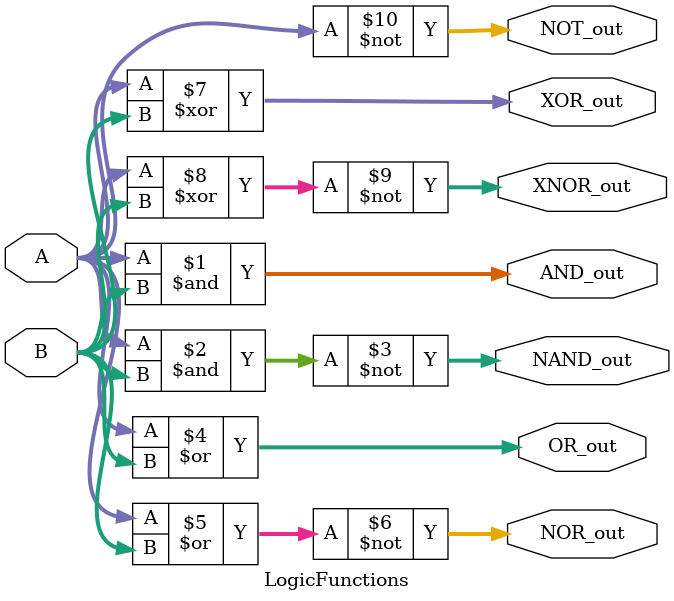
<source format=v>
module LogicFunctions (
    input [3:0] A,
    input [3:0] B,
    output [3:0] AND_out,
    output [3:0] NAND_out,
    output [3:0] OR_out,
    output [3:0] NOR_out,
    output [3:0] XOR_out,
    output [3:0] XNOR_out,
    output [3:0] NOT_out
);
    assign AND_out = A & B;
    assign NAND_out = ~(A & B);
    assign OR_out = A | B;
    assign NOR_out = ~(A | B);
    assign XOR_out = A ^ B;
    assign XNOR_out = ~(A ^ B);
    assign NOT_out = ~A; // NOT only applies to A
endmodule

</source>
